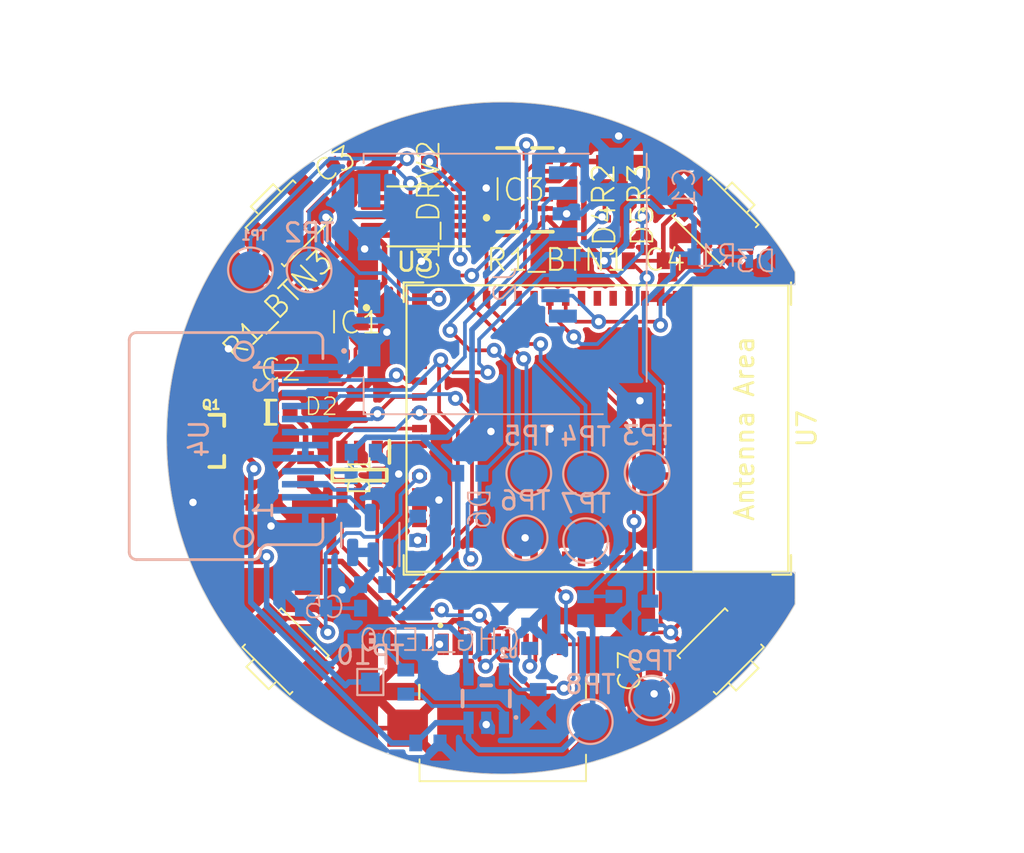
<source format=kicad_pcb>
(kicad_pcb (version 20221018) (generator pcbnew)
  (layers (0 "F.Cu" power) (31 "B.Cu" signal) (34 "B.Paste" user) (35 "F.Paste" user) (36 "B.SilkS" user "B.Silkscreen") (37 "F.SilkS" user "F.Silkscreen") (38 "B.Mask" user) (39 "F.Mask" user) (44 "Edge.Cuts" user))
  (net 0 "")
  (net 1 "/3V3")
  (net 2 "GND")
  (net 3 "/VBUS")
  (net 4 "Net-(D2-CATHODE)")
  (net 5 "Net-(U3-REG)")
  (net 6 "/VBAT")
  (net 7 "/BUTTON_1")
  (net 8 "/BUTTON_2")
  (net 9 "/BUTTON_3")
  (net 10 "/RESET")
  (net 11 "Net-(CHG_LED0-PadC)")
  (net 12 "/D+")
  (net 13 "/D-")
  (net 14 "/DN")
  (net 15 "/DP")
  (net 16 "/SCK")
  (net 17 "/MOSI")
  (net 18 "/MISO")
  (net 23 "/SCL")
  (net 24 "/SDA")
  (net 27 "/IMU_INT")
  (net 28 "/VUSB")
  (net 29 "Net-(J1-PadA5)")
  (net 31 "Net-(J1-PadB5)")
  (net 34 "/SS_SD")
  (net 38 "/PPG_INT")
  (net 39 "/OUT+")
  (net 40 "/OUT-")
  (net 41 "Net-(Q2-G)")
  (net 42 "/LEDK")
  (net 43 "Net-(U2-STAT)")
  (net 44 "Net-(U4-LEDA)")
  (net 45 "/PIN_LED")
  (net 46 "Net-(U2-PROG)")
  (net 47 "/ADC_BAT")
  (net 48 "/IN_DRV")
  (net 49 "/EN_DRV")
  (net 53 "/TFT_DC")
  (net 54 "/DISP_RST")
  (net 57 "/SS_TFT")
  (footprint "mini_iot:ESP32_WROVER_VARISTOR_CT_CN1812" (layer "F.Cu") (at 114.33 90.17 180)
    (fp_text reference "PFMF.050.1" hide)
    (fp_text value "ESP32_WROVER_VARISTOR_VARISTORCN1812" hide)
  )
  (footprint "mini_iot:SAMACSYS_PARTS_PESD5V0S1BL315" (layer "F.Cu") (at 132.461 72.1074 -90)
    (fp_text reference "D4")
    (fp_text value "SAMACSYS_PARTS_PESD3V3S1BLYL" hide)
  )
  (footprint "mini_iot:RCL_CT3528" (layer "F.Cu") (at 113.75 78.65 180)
    (fp_text reference "C2")
    (fp_text value "100uF" hide)
  )
  (footprint "mini_iot:SAMACSYS_PARTS_BMI085" (layer "F.Cu") (at 128.1925 70.2024 180)
    (fp_text reference "IC3")
    (fp_text value "SAMACSYS_PARTS_BMI085" hide)
  )
  (footprint "mini_iot:ESP32_WROVER_EAGLE-LTSPICE_R0402" (layer "F.Cu") (at 134.366 69.3134 -90)
    (fp_text reference "R3")
    (fp_text value "10k")
  )
  (footprint "mini_iot:ESP32_WROVER_EAGLE-LTSPICE_C0402" (layer "F.Cu") (at 114.05 75.88 180)
    (fp_text reference "C1_BAT2" hide)
    (fp_text value "4.7uF" hide)
  )
  (footprint "HW_licenta:EVQ-P7K01P" (layer "F.Cu") (at 137.285787 96.131371 -135)
    (fp_text reference "SW3" hide)
    (fp_text value "SW_Push" hide)
  )
  (footprint "mini_iot:ESP32_WROVER_EAGLE-LTSPICE_R0402" (layer "F.Cu") (at 132.461 69.3284 -90)
    (fp_text reference "R2")
    (fp_text value "10k")
  )
  (footprint "mini_iot:SAMACSYS_PARTS_NCP186AMX330TAG" (layer "F.Cu") (at 119.08 77.285 180)
    (fp_text reference "IC1")
    (fp_text value "SAMACSYS_PARTS_NCP186BMX330TAG" hide)
  )
  (footprint "mini_iot:ESP32_WROVER_EAGLE-LTSPICE_C0402" (layer "F.Cu") (at 136.271 74.0124 180)
    (fp_text reference "C4")
    (fp_text value "1uF")
  )
  (footprint "Package_SO:VSSOP-10_3x3mm_P0.5mm" (layer "F.Cu") (at 122.301 71.628 180)
    (fp_text reference "U3")
    (fp_text value "DRV2605LDGS" hide)
  )
  (footprint "mini_iot:ESP32_WROVER_EAGLE-LTSPICE_C0402" (layer "F.Cu") (at 124.75 68.03 -90)
    (fp_text reference "C1_DRV1" hide)
    (fp_text value "1.0uF" hide)
  )
  (footprint "mini_iot:SAMACSYS_PARTS_USB4110GFA" (layer "F.Cu") (at 127 98.3)
    (fp_text reference "J1" hide)
    (fp_text value "SAMACSYS_PARTS_USB4110-GF-A" hide)
  )
  (footprint "mini_iot:ESP32_WROVER_EAGLE-LTSPICE_R0402" (layer "F.Cu") (at 116.41 85.24 90)
    (fp_text reference "R1_PWRBUS0" hide)
    (fp_text value "100k" hide)
  )
  (footprint "mini_iot:ESP32_WROVER_EAGLE-LTSPICE_C0402" (layer "F.Cu") (at 119.09 80.58 -90)
    (fp_text reference "C1_BAT1" hide)
    (fp_text value "4.7uF" hide)
  )
  (footprint "mini_iot:ESP32_WROVER_EAGLE-LTSPICE_C0402" (layer "F.Cu") (at 118.5 68.6 -150)
    (fp_text reference "C3")
    (fp_text value "1uF" hide)
  )
  (footprint "mini_iot:ESP32_WROVER_EAGLE-LTSPICE_C0402" (layer "F.Cu") (at 123.063 68.072 -90)
    (fp_text reference "C1_DRV2")
    (fp_text value "1.0uF")
  )
  (footprint "HW_licenta:EVQ-P7K01P" (layer "F.Cu") (at 116.914214 70.86863 45)
    (fp_text reference "SW6" hide)
    (fp_text value "SW_Push" hide)
  )
  (footprint "mini_iot:ESP32_WROVER_EAGLE-LTSPICE_R0402" (layer "F.Cu") (at 133.096 74.0124 180)
    (fp_text reference "R1_BTN1")
    (fp_text value "10k")
  )
  (footprint "mini_iot:SAMACSYS_PARTS_SOT95P280X145-6N" (layer "F.Cu") (at 119.31 85.53 -90)
    (fp_text reference "D1")
    (fp_text value "SAMACSYS_PARTS_USBLC6-2SC6Y" hide)
  )
  (footprint "mini_iot:ESP32_WROVER_EAGLE-LTSPICE_C0402" (layer "F.Cu") (at 111 86.96 180)
    (fp_text reference "C2_USB0" hide)
    (fp_text value "4.7uF" hide)
  )
  (footprint "mini_iot:ESP32_WROVER_AVX---SD0805S020S1R0_AVX_SD0805S020S1R0_0" (layer "F.Cu") (at 114.53 82.15)
    (fp_text reference "D2")
    (fp_text value "ESP32_WROVER_AVX---SD0805S020S1R0_AVX_SD0805S020S1R0AVX_SD0805S020S1R0_0_0" hide)
  )
  (footprint "mini_iot:ESP32_WROVER_EAGLE-LTSPICE_C0402" (layer "F.Cu") (at 114.18 87)
    (fp_text reference "C1_USB0" hide)
    (fp_text value "100nF" hide)
  )
  (footprint "PCM_Espressif:ESP32-S3-MINI-1" (layer "F.Cu") (at 129.53 83.0294 -90)
    (fp_text reference "U7")
    (fp_text value "ESP32-S3-MINI-1" hide)
  )
  (footprint "mini_iot:SAMACSYS_PARTS_PESD5V0S1BL315" (layer "F.Cu") (at 134.493 72.1074 -90)
    (fp_text reference "D5")
    (fp_text value "SAMACSYS_PARTS_PESD3V3S1BLYL" hide)
  )
  (footprint "HW_licenta:EVQ-P7K01P" (layer "F.Cu") (at 139.545926 73.254074 -45)
    (fp_text reference "SW1" hide)
    (fp_text value "SW_Push" hide)
  )
  (footprint "mini_iot:ESP32_WROVER_EAGLE-LTSPICE_C0402" (layer "F.Cu") (at 135.128 96.6334 90)
    (fp_text reference "C7")
    (fp_text value "1uF")
  )
  (footprint "HW_licenta:EVQ-P7K01P" (layer "F.Cu") (at 114.203185 93.585647 135)
    (fp_text reference "SW2" hide)
    (fp_text value "SW_Push" hide)
  )
  (footprint "mini_iot:ESP32_WROVER_SPARKFUN-DISCRETESEMI_SOT23-3" (layer "F.Cu") (at 111.34 83.69 -90)
    (fp_text reference "Q1")
    (fp_text value "ESP32_WROVER_SPARKFUN-DISCRETESEMI_MOSFET_PCH-DMG2305UX-7" hide)
  )
  (footprint "mini_iot:ESP32_WROVER_EAGLE-LTSPICE_R0402" (layer "F.Cu") (at 117.221 74.168 -135)
    (fp_text reference "R1_BTN3")
    (fp_text value "10k")
  )
  (footprint "mini_iot:ESP32_WROVER_EAGLE-LTSPICE_R0402" (layer "B.Cu") (at 125.23 85.43)
    (fp_text reference "R4" hide)
    (fp_text value "10k")
  )
  (footprint "TestPoint:TestPoint_Pad_D2.0mm" (layer "B.Cu") (at 131.699 98.7774 180)
    (fp_text reference "TP8")
    (fp_text value "TestPoint" hide)
  )
  (footprint "mini_iot:SAMACSYS_PARTS_112ATAARR03ATTEND" (layer "B.Cu") (at 130.227 68.1874 -90)
    (fp_text reference "J2")
    (fp_text value "SAMACSYS_PARTS_112A-TAAR-R03_ATTEND" hide)
  )
  (footprint "mini_iot:ESP32_WROVER_EAGLE-LTSPICE_R0402" (layer "B.Cu") (at 137.92 73.8)
    (fp_text reference "R1")
    (fp_text value "10k")
  )
  (footprint "mini_iot:ESP32_WROVER_EAGLE-LTSPICE_C0402" (layer "B.Cu") (at 116.84 92.6814)
    (fp_text reference "C5")
    (fp_text value "1uF")
  )
  (footprint "TestPoint:TestPoint_Pad_D2.0mm" (layer "B.Cu") (at 131.445 85.471 180)
    (fp_text reference "TP4")
    (fp_text value "SDA")
  )
  (footprint "mini_iot:ESP32_WROVER_EAGLE-LTSPICE_R0402" (layer "B.Cu") (at 119.507 85.5694)
    (fp_text reference "R1_ESP1" hide)
    (fp_text value "22")
  )
  (footprint "mini_iot:ESP32_WROVER_EAGLE-LTSPICE_R0402" (layer "B.Cu") (at 128.44 94.19 90)
    (fp_text reference "R2_USB0" hide)
    (fp_text value "5K1" hide)
  )
  (footprint "mini_iot:ESP32_WROVER_EAGLE-LTSPICE_C0402" (layer "B.Cu") (at 119.507 84.2994)
    (fp_text reference "C1_BAT3" hide)
    (fp_text value "0.1uF")
  )
  (footprint "mini_iot:SAMACSYS_PARTS_PESD5V0S1BL315" (layer "B.Cu") (at 140.589 74.041)
    (fp_text reference "D3")
    (fp_text value "SAMACSYS_PARTS_PESD3V3S1BLYL" hide)
  )
  (footprint "mini_iot:ESP32_WROVER_EAGLE-LTSPICE_R0402" (layer "B.Cu") (at 122.428 88.392 90)
    (fp_text reference "R1_ESP2" hide)
    (fp_text value "10k" hide)
  )
  (footprint "mini_iot:ESP32_WROVER_EAGLE-LTSPICE_C0402" (layer "B.Cu") (at 136.79 70.66 90)
    (fp_text reference "C1")
    (fp_text value "100nF")
  )
  (footprint "TestPoint:TestPoint_Pad_D2.0mm" (layer "B.Cu") (at 131.45 89.05 180)
    (fp_text reference "TP7")
    (fp_text value "GND")
  )
  (footprint "mini_iot:ESP32_WROVER_EAGLE-LTSPICE_R0402" (layer "B.Cu") (at 120.015 92.6814)
    (fp_text reference "R1_BTN2" hide)
    (fp_text value "10k" hide)
  )
  (footprint "mini_iot:ESP32_WROVER_EAGLE-LTSPICE_C0402" (layer "B.Cu") (at 124.36 94.53 180)
    (fp_text reference "C1_BAT0" hide)
    (fp_text value "4.7uF")
  )
  (footprint "mini_iot:SAMACSYS_PARTS_PESD5V0S1BL315" (layer "B.Cu") (at 125.76 87.33 -90)
    (fp_text reference "D6")
    (fp_text value "SAMACSYS_PARTS_PESD3V3S1BLYL" hide)
  )
  (footprint "mini_iot:ESP32_WROVER_ADAFRUIT_CHIP-LED0603" (layer "B.Cu") (at 119.81 94.44 90)
    (fp_text reference "CHG_LED0")
    (fp_text value "ESP32_WROVER_ADAFRUIT_LEDCHIP-LED0603" hide)
  )
  (footprint "mini_iot:ESP32_WROVER_EAGLE-LTSPICE_R0402" (layer "B.Cu") (at 128.9 97.7 90)
    (fp_text reference "R2_BAT0" hide)
    (fp_text value "2k" hide)
  )
  (footprint "mini_iot:ESP32_WROVER_EAGLE-LTSPICE_R0402" (layer "B.Cu") (at 121.793 96.647 -90)
    (fp_text reference "R1_BAT0" hide)
    (fp_text value "200")
  )
  (footprint "Package_TO_SOT_SMD:SOT-23" (layer "B.Cu") (at 119.888 88.7444 90)
    (fp_text reference "Q2" hide)
    (fp_text value "2N7002")
  )
  (footprint "mini_iot:ESP32_WROVER_SPARKFUN-IC-POWER_SOT23-5" (layer "B.Cu") (at 126.111 97.536 180)
    (fp_text reference "U2")
    (fp_text value "ESP32_WROVER_SPARKFUN-IC-POWER_MCP73831" hide)
  )
  (footprint "TestPoint:TestPoint_Pad_D2.0mm" (layer "B.Cu") (at 113.45 74.5 180)
    (fp_text reference "TP1")
    (fp_text value "OUT+")
  )
  (footprint "TestPoint:TestPoint_Pad_D2.0mm" (layer "B.Cu") (at 128.397 85.43 180)
    (fp_text reference "TP5")
    (fp_text value "SCL")
  )
  (footprint "TestPoint:TestPoint_Pad_D2.0mm" (layer "B.Cu") (at 116.6 74.5 180)
    (fp_text reference "TP2")
    (fp_text value "OUT-")
  )
  (footprint "TestPoint:TestPoint_Pad_D2.0mm" (layer "B.Cu") (at 134.75 85.4 180)
    (fp_text reference "TP3")
    (fp_text value "3V3")
  )
  (footprint "TestPoint:TestPoint_Pad_D2.0mm" (layer "B.Cu") (at 135.001 97.5074 180)
    (fp_text reference "TP9")
    (fp_text value "TestPoint" hide)
  )
  (footprint "mini_iot:ESP32_WROVER_EAGLE-LTSPICE_R0402" (layer "B.Cu") (at 132.969 92.695 90)
    (fp_text reference "R6_ESP1" hide)
    (fp_text value "100k")
  )
  (footprint "TestPoint:TestPoint_Pad_D2.0mm" (layer "B.Cu") (at 128.2 88.9 180)
    (fp_text reference "TP6")
    (fp_text value "PPG_INT")
  )
  (footprint "mini_iot:ESP32_WROVER_EAGLE-LTSPICE_R0402" (layer "B.Cu") (at 120.015 91.4114 180)
    (fp_text reference "R1_ESP3" hide)
    (fp_text value "1M")
  )
  (footprint "open-Smartwatch:GC9A01_IPS_display" (layer "B.Cu") (at 116.14 83.57 -90)
    (fp_text reference "U4")
    (fp_text value "GC9A01_IPS_display_SPI")
  )
  (footprint "mini_iot:ESP32_WROVER_EAGLE-LTSPICE_R0402" (layer "B.Cu") (at 134.9 92.95 90)
    (fp_text reference "R1_BTN4" hide)
    (fp_text value "10k")
  )
  (footprint "mini_iot:ESP32_WROVER_EAGLE-LTSPICE_C0402" (layer "B.Cu") (at 122.98 99.92)
    (fp_text reference "C2_BAT0" hide)
    (fp_text value "4.7uF" hide)
  )
  (footprint "mini_iot:ESP32_WROVER_EAGLE-LTSPICE_R0402" (layer "B.Cu") (at 126.85 93.89 -90)
    (fp_text reference "R1_USB0" hide)
    (fp_text value "5K1" hide)
  )
  (footprint "TestPoint:TestPoint_Pad_1.0x1.0mm" (layer "B.Cu") (at 119.888 96.647 180)
    (fp_text reference "TP10")
    (fp_text value "VBUS")
  )
  (footprint "mini_iot:ESP32_WROVER_EAGLE-LTSPICE_R0402" (layer "B.Cu") (at 131.445 92.71 -90)
    (fp_text reference "R5_ESP1" hide)
    (fp_text value "100k")
  )
  (gr_line (start 142.3 90.75) (end 142.7 90.75) (stroke (width 0.05)) (layer "Edge.Cuts"))
  (gr_line (start 142.699999 74.6) (end 142.7 75.3) (stroke (width 0.05)) (layer "Edge.Cuts"))
  (gr_arc (start 142.7 92.46) (mid 108.941685 83.543832) (end 142.69364 74.603619) (stroke (width 0.05)) (layer "Edge.Cuts"))
  (gr_line (start 137.2 75.3) (end 137.2 90.75) (stroke (width 0.05)) (layer "Edge.Cuts"))
  (gr_line (start 142.7 75.3) (end 137.2 75.3) (stroke (width 0.05)) (layer "Edge.Cuts"))
  (gr_line (start 142.7 92.225) (end 142.7 92.46) (stroke (width 0.05)) (layer "Edge.Cuts"))
  (gr_line (start 137.2 90.75) (end 142.3 90.75) (stroke (width 0.05)) (layer "Edge.Cuts"))
  (gr_line (start 142.7 90.75) (end 142.7 92.225) (stroke (width 0.05)) (layer "Edge.Cuts"))
  (segment (start 131.044 68.6784) (end 132.461 68.6784) (width 0.3) (layer "F.Cu") (net 1))
  (segment (start 120.65 73.177) (end 120.65 75.184) (width 0.3) (layer "F.Cu") (net 1))
  (segment (start 127.5834 68.7024) (end 127.715 68.834) (width 0.3) (layer "F.Cu") (net 1))
  (segment (start 128.695 69.7024) (end 128.67 69.7274) (width 0.3) (layer "F.Cu") (net 1))
  (segment (start 120.65 75.184) (end 120.049 75.785) (width 0.3) (layer "F.Cu") (net 1))
  (segment (start 133.78 76.0294) (end 133.78 75.487) (width 0.3) (layer "F.Cu") (net 1))
  (segment (start 127.0275 68.7024) (end 127.5834 68.7024) (width 0.3) (layer "F.Cu") (net 1))
  (segment (start 118.66 75.785) (end 119.504 76.629) (width 0.3) (layer "F.Cu") (net 1))
  (segment (start 131.044 68.6784) (end 131.044 67.671) (width 0.3) (layer "F.Cu") (net 1))
  (segment (start 119.504 76.629) (end 119.504 76.786) (width 0.3) (layer "F.Cu") (net 1))
  (segment (start 120.101 72.628) (end 120.65 73.177) (width 0.3) (layer "F.Cu") (net 1))
  (segment (start 132.446 74.153) (end 132.446 74.0124) (width 0.3) (layer "F.Cu") (net 1))
  (segment (start 127.254 66.929) (end 127.0275 67.1555) (width 0.3) (layer "F.Cu") (net 1))
  (segment (start 115.25 76.43) (end 114.7 75.88) (width 0.3) (layer "F.Cu") (net 1))
  (segment (start 127.533 70.7024) (end 127.0275 70.7024) (width 0.3) (layer "F.Cu") (net 1))
  (segment (start 127.0275 67.1555) (end 127.0275 68.7024) (width 0.3) (layer "F.Cu") (net 1))
  (segment (start 128.695 71.2024) (end 129.3575 71.2024) (width 0.3) (layer "F.Cu") (net 1))
  (segment (start 132.446 74.0124) (end 131.357 72.9234) (width 0.3) (layer "F.Cu") (net 1))
  (segment (start 124.75 68.68) (end 126.238 68.68) (width 0.3) (layer "F.Cu") (net 1))
  (segment (start 127.715 70.5204) (end 127.533 70.7024) (width 0.3) (layer "F.Cu") (net 1))
  (segment (start 119.635 76.965) (end 119.68 76.965) (width 0.3) (layer "F.Cu") (net 1))
  (segment (start 115.25 78.65) (end 115.25 76.43) (width 0.3) (layer "F.Cu") (net 1))
  (segment (start 117.255 75.785) (end 116.761381 75.291381) (width 0.3) (layer "F.Cu") (net 1))
  (segment (start 115.509 75.88) (end 116.761381 74.627619) (width 0.4) (layer "F.Cu") (net 1))
  (segment (start 128.67 69.7274) (end 128.67 71.1774) (width 0.3) (layer "F.Cu") (net 1))
  (segment (start 121.174 72.628) (end 124.75 69.052) (width 0.3) (layer "F.Cu") (net 1))
  (segment (start 119.504 76.786) (end 119.36 76.93) (width 0.3) (layer "F.Cu") (net 1))
  (segment (start 130.02 69.7024) (end 131.044 68.6784) (width 0.3) (layer "F.Cu") (net 1))
  (segment (start 119.504 76.786) (end 119.504 76.834) (width 0.3) (layer "F.Cu") (net 1))
  (segment (start 127.0051 68.68) (end 127.0275 68.7024) (width 0.3) (layer "F.Cu") (net 1))
  (segment (start 131.357 72.9234) (end 131.357 68.9914) (width 0.3) (layer "F.Cu") (net 1))
  (segment (start 131.044 67.671) (end 130.302 66.929) (width 0.3) (layer "F.Cu") (net 1))
  (segment (start 126.238 68.68) (end 127.0051 68.68) (width 0.3) (layer "F.Cu") (net 1))
  (segment (start 134.351 68.6784) (end 134.366 68.6634) (width 0.3) (layer "F.Cu") (net 1))
  (segment (start 114.7 75.88) (end 115.46 75.88) (width 0.3) (layer "F.Cu") (net 1))
  (segment (start 117.255 75.785) (end 118.66 75.785) (width 0.3) (layer "F.Cu") (net 1))
  (segment (start 131.357 68.9914) (end 131.044 68.6784) (width 0.3) (layer "F.Cu") (net 1))
  (segment (start 120.049 75.785) (end 118.66 75.785) (width 0.3) (layer "F.Cu") (net 1))
  (segment (start 130.302 66.929) (end 127.254 66.929) (width 0.3) (layer "F.Cu") (net 1))
  (segment (start 128.67 71.1774) (end 128.695 71.2024) (width 0.3) (layer "F.Cu") (net 1))
  (segment (start 120.101 72.628) (end 121.174 72.628) (width 0.3) (layer "F.Cu") (net 1))
  (segment (start 129.3575 69.7024) (end 130.02 69.7024) (width 0.3) (layer "F.Cu") (net 1))
  (segment (start 119.504 76.834) (end 119.635 76.965) (width 0.3) (layer "F.Cu") (net 1))
  (segment (start 133.78 75.487) (end 132.446 74.153) (width 0.3) (layer "F.Cu") (net 1))
  (segment (start 129.3575 69.7024) (end 128.695 69.7024) (width 0.3) (layer "F.Cu") (net 1))
  (segment (start 115.46 75.88) (end 115.509 75.88) (width 0.4) (layer "F.Cu") (net 1))
  (segment (start 117.255 75.785) (end 118.4 76.93) (width 0.3) (layer "F.Cu") (net 1))
  (segment (start 116.761381 75.291381) (end 116.761381 74.627619) (width 0.3) (layer "F.Cu") (net 1))
  (segment (start 127.715 68.834) (end 127.715 70.5204) (width 0.3) (layer "F.Cu") (net 1))
  (segment (start 124.75 69.052) (end 124.75 68.68) (width 0.3) (layer "F.Cu") (net 1))
  (segment (start 132.461 68.6784) (end 134.351 68.6784) (width 0.3) (layer "F.Cu") (net 1))
  (via (at 132.446 74.0124) (size 0.8) (drill 0.4) (layers "F.Cu" "B.Cu") (net 1))
  (segment (start 134.62 76.259082) (end 136.144 74.735082) (width 0.3) (layer "B.Cu") (net 1))
  (segment (start 119.657 83.4994) (end 122.6494 83.4994) (width 0.3) (layer "B.Cu") (net 1))
  (segment (start 136.144 74.735082) (end 136.144 73.66) (width 0.3) (layer "B.Cu") (net 1))
  (segment (start 132.121 73.6874) (end 132.446 74.0124) (width 0.3) (layer "B.Cu") (net 1))
  (segment (start 124.58 89.4164) (end 124.58 85.43) (width 0.3) (layer "B.Cu") (net 1))
  (segment (start 137.27 73.8) (end 137.27 71.79) (width 0.3) (layer "B.Cu") (net 1))
  (segment (start 134.75 85.4) (end 135.377 84.773) (width 0.3) (layer "B.Cu") (net 1))
  (segment (start 135.411184 71.374) (end 136.726 71.374) (width 0.3) (layer "B.Cu") (net 1))
  (segment (start 137.27 73.8) (end 137.13 73.66) (width 0.3) (layer "B.Cu") (net 1))
  (segment (start 133.0686 73.6874) (end 133.643 73.113) (width 0.3) (layer "B.Cu") (net 1))
  (segment (start 134.9 92.3) (end 134.9 85.55) (width 0.3) (layer "B.Cu") (net 1))
  (segment (start 137.27 71.79) (end 136.79 71.31) (width 0.3) (layer "B.Cu") (net 1))
  (segment (start 120.665 92.6814) (end 121.315 92.6814) (width 0.3) (layer "B.Cu") (net 1))
  (segment (start 118.857 85.5694) (end 118.6076 85.32) (width 0.3) (layer "B.Cu") (net 1))
  (segment (start 134.043102 70.807898) (end 134.845082 70.807898) (width 0.3) (layer "B.Cu") (net 1))
  (segment (start 122.6494 83.4994) (end 124.58 85.43) (width 0.3) (layer "B.Cu") (net 1))
  (segment (start 132.121 73.6874) (end 133.0686 73.6874) (width 0.3) (layer "B.Cu") (net 1))
  (segment (start 133.643 71.208) (end 134.043102 70.807898) (width 0.3) (layer "B.Cu") (net 1))
  (segment (start 129.377 73.6874) (end 130.427 73.6874) (width 0.3) (layer "B.Cu") (net 1))
  (segment (start 135.377 80.7374) (end 134.62 79.9804) (width 0.3) (layer "B.Cu") (net 1))
  (segment (start 125.349 82.169) (end 125.349 77.7154) (width 0.3) (layer "B.Cu") (net 1))
  (segment (start 118.857 84.2994) (end 119.657 83.4994) (width 0.3) (layer "B.Cu") (net 1))
  (segment (start 125.349 77.7154) (end 129.377 73.6874) (width 0.3) (layer "B.Cu") (net 1))
  (segment (start 122.6494 83.4994) (end 124.0186 83.4994) (width 0.3) (layer "B.Cu") (net 1))
  (segment (start 134.845082 70.807898) (end 135.411184 71.374) (width 0.3) (layer "B.Cu") (net 1))
  (segment (start 135.377 84.773) (end 135.377 80.7374) (width 0.3) (layer "B.Cu") (net 1))
  (segment (start 118.6076 85.32) (end 117.729 85.32) (width 0.3) (layer "B.Cu") (net 1))
  (segment (start 134.62 79.9804) (end 134.62 76.259082) (width 0.3) (layer "B.Cu") (net 1))
  (segment (start 118.857 85.5694) (end 118.857 84.2994) (width 0.3) (layer "B.Cu") (net 1))
  (segment (start 124.0186 83.4994) (end 125.349 82.169) (width 0.3) (layer "B.Cu") (net 1))
  (segment (start 133.643 73.113) (end 133.643 71.208) (width 0.3) (layer "B.Cu") (net 1))
  (segment (start 134.9 85.55) (end 134.75 85.4) (width 0.3) (layer "B.Cu") (net 1))
  (segment (start 136.726 71.374) (end 136.79 71.31) (width 0.3) (layer "B.Cu") (net 1))
  (segment (start 121.315 92.6814) (end 124.58 89.4164) (width 0.3) (layer "B.Cu") (net 1))
  (segment (start 130.427 73.6874) (end 132.121 73.6874) (width 0.3) (layer "B.Cu") (net 1))
  (segment (start 137.13 73.66) (end 136.144 73.66) (width 0.3) (layer "B.Cu") (net 1))
  (segment (start 123.243 95.197) (end 121.89 95.197) (width 0.2) (layer "F.Cu") (net 2))
  (segment (start 131.535 94.622) (end 132.11 95.197) (width 0.2) (layer "F.Cu") (net 2))
  (segment (start 119.284918 99.127) (end 121.89 99.127) (width 0.25) (layer "F.Cu") (net 2))
  (segment (start 122.53 74.1405) (end 122.6295 74.041) (width 0.2) (layer "F.Cu") (net 2))
  (segment (start 123.95 94.622) (end 123.6005 94.622) (width 0.2) (layer "F.Cu") (net 2))
  (segment (start 123.65 94.694) (end 123.698 94.742) (width 0.2) (layer "F.Cu") (net 2))
  (segment (start 127.0275 69.2024) (end 126.465 69.2024) (width 0.2) (layer "F.Cu") (net 2))
  (segment (start 126.465 69.2024) (end 126.111 69.5564) (width 0.2) (layer "F.Cu") (net 2))
  (segment (start 134.944959 67.798324) (end 133.711324 67.798324) (width 0.25) (layer "F.Cu") (net 2))
  (segment (start 116.943223 96.785305) (end 119.284918 99.127) (width 0.25) (layer "F.Cu") (net 2))
  (segment (start 113.714556 72.760141) (end 113.4 73.074697) (width 0.25) (layer "F.Cu") (net 2))
  (segment (start 120.101 71.628) (end 120.142 71.628) (width 0.2) (layer "F.Cu") (net 2))
  (segment (start 120.461 77.535) (end 120.777 77.851) (width 0.2) (layer "F.Cu") (net 2))
  (segment (start 129.3575 69.2024) (end 129.92 69.2024) (width 0.2) (layer "F.Cu") (net 2))
  (segment (start 113.714556 72.760141) (end 116.26014 70.214556) (width 0.25) (layer "F.Cu") (net 2))
  (segment (start 119.951 85.471) (end 121.412 85.471) (width 0.2) (layer "F.Cu") (net 2))
  (segment (start 116.094696 96.785305) (end 116.943223 96.785305) (width 0.25) (layer "F.Cu") (net 2))
  (segment (start 123.698 94.742) (end 123.243 95.197) (width 0.2) (layer "F.Cu") (net 2))
  (segment (start 126.111 69.5564) (end 126.111 70.104) (width 0.2) (layer "F.Cu") (net 2))
  (segment (start 119.31 84.83) (end 119.951 85.471) (width 0.2) (layer "F.Cu") (net 2))
  (segment (start 126.2094 70.2024) (end 126.111 70.104) (width 0.2) (layer "F.Cu") (net 2))
  (segment (start 110.35 86.982) (end 110.363 86.995) (width 0.2) (layer "F.Cu") (net 2))
  (segment (start 123.65 94.622) (end 123.65 94.694) (width 0.2) (layer "F.Cu") (net 2))
  (segment (start 129.92 69.2024) (end 130.175 68.9474) (width 0.2) (layer "F.Cu") (net 2))
  (segment (start 137.654415 70.054416) (end 135.956612 68.356613) (width 0.25) (layer "F.Cu") (net 2))
  (segment (start 123.95 94.622) (end 123.65 94.622) (width 0.2) (layer "F.Cu") (net 2))
  (segment (start 112.25 78.722) (end 112.268 78.74) (width 0.2) (layer "F.Cu") (net 2))
  (segment (start 119.08 77.535) (end 120.461 77.535) (width 0.2) (layer "F.Cu") (net 2))
  (segment (start 129.53 83.048) (end 129.54 83.058) (width 0.2) (layer "F.Cu") (net 2))
  (segment (start 129.53 83.0294) (end 129.53 83.048) (width 0.2) (layer "F.Cu") (net 2))
  (segment (start 137.939861 96.785445) (end 140.485445 94.23986) (width 0.25) (layer "F.Cu") (net 2))
  (segment (start 135.956612 68.356613) (end 135.673555 68.187797) (width 0.25) (layer "F.Cu") (net 2))
  (segment (start 135.128 97.2834) (end 135.128 97.282) (width 0.2) (layer "F.Cu") (net 2))
  (segment (start 112.25 78.65) (end 112.25 78.722) (width 0.2) (layer "F.Cu") (net 2))
  (segment (start 137.654415 70.054416) (end 140.2 72.6) (width 0.25) (layer "F.Cu") (net 2))
  (segment (start 110.35 86.96) (end 110.35 86.982) (width 0.2) (layer "F.Cu") (net 2))
  (segment (start 119.581086 73.3775) (end 119.593012 73.365574) (width 0.2) (layer "F.Cu") (net 2))
  (segment (start 133.711324 67.798324) (end 133.223 67.31) (width 0.25) (layer "F.Cu") (net 2))
  (segment (start 116.094696 96.785305) (end 113.549111 94.239721) (width 0.25) (layer "F.Cu") (net 2))
  (segment (start 127.0275 70.2024) (end 126.2094 70.2024) (width 0.2) (layer "F.Cu") (net 2))
  (segment (start 130.175 68.9474) (end 130.175 68.072) (width 0.2) (layer "F.Cu") (net 2))
  (segment (start 130.35 94.622) (end 131.535 94.622) (width 0.2) (layer "F.Cu") (net 2))
  (segment (start 135.673555 68.187797) (end 134.944959 67.798324) (width 0.25) (layer "F.Cu") (net 2))
  (segment (start 119.593012 73.365574) (end 119.593012 73.078) (width 0.2) (layer "F.Cu") (net 2))
  (segment (start 113.4 73.074697) (end 113.4 75.88) (width 0.25) (layer "F.Cu") (net 2))
  (segment (start 119.31 84.28) (end 119.31 84.83) (width 0.2) (layer "F.Cu") (net 2))
  (via (at 114.554 88.265) (size 0.8) (drill 0.4) (layers "F.Cu" "B.Cu") (net 2))
  (via (at 130.175 68.072) (size 0.8) (drill 0.4) (layers "F.Cu" "B.Cu") (net 2))
  (via (at 120.777 77.851) (size 0.8) (drill 0.4) (layers "F.Cu" "B.Cu") (net 2))
  (via (at 122.6295 74.041) (size 0.8) (drill 0.4) (layers "F.Cu" "B.Cu") (net 2))
  (via (at 129.54 83.058) (size 0.8) (drill 0.4) (layers "F.Cu" "B.Cu") (net 2))
  (via (at 135.128 97.282) (size 0.8) (drill 0.4) (layers "F.Cu" "B.Cu") (net 2))
  (via (at 126.111 98.933) (size 0.8) (drill 0.4) (layers "F.Cu" "B.Cu") (net 2))
  (via (at 118.364 91.694) (size 0.8) (drill 0.4) (layers "F.Cu" "B.Cu") (net 2))
  (via (at 134.366 81.534) (size 0.8) (drill 0.4) (layers "F.Cu" "B.Cu") (net 2))
  (via (at 110.363 86.995) (size 0.8) (drill 0.4) (layers "F.Cu" "B.Cu") (net 2))
  (via (at 133.223 67.31) (size 0.8) (drill 0.4) (layers "F.Cu" "B.Cu") (net 2))
  (via (at 112.268 78.74) (size 0.8) (drill 0.4) (layers "F.Cu" "B.Cu") (net 2))
  (via (at 126.111 70.104) (size 0.8) (drill 0.4) (layers "F.Cu" "B.Cu") (net 2))
  (via (at 126.365 83.185) (size 0.8) (drill 0.4) (layers "F.Cu" "B.Cu") (net 2))
  (via (at 119.581086 73.3775) (size 0.8) (drill 0.4) (layers "F.Cu" "B.Cu") (net 2))
  (via (at 123.571 86.868) (size 0.8) (drill 0.4) (layers "F.Cu" "B.Cu") (net 2))
  (via (at 123.6005 94.622) (size 0.8) (drill 0.4) (layers "F.Cu" "B.Cu") (net 2))
  (via (at 130.427 71.4874) (size 0.8) (drill 0.4) (layers "F.Cu" "B.Cu") (net 2))
  (via (at 121.412 85.471) (size 0.8) (drill 0.4) (layers "F.Cu" "B.Cu") (net 2))
  (segment (start 133.077 68.6374) (end 133.077 69.6374) (width 0.3) (layer "B.Cu") (net 2))
  (segment (start 131.227 71.4874) (end 130.427 71.4874) (width 0.3) (layer "B.Cu") (net 2))
  (segment (start 133.077 69.6374) (end 131.227 71.4874) (width 0.3) (layer "B.Cu") (net 2))
  (segment (start 111.69 87) (end 111.65 86.96) (width 0.3) (layer "F.Cu") (net 3))
  (segment (start 116.41 84.59) (end 116.721 84.59) (width 0.3) (layer "F.Cu") (net 3))
  (segment (start 111.65 86.96) (end 111.64 86.95) (width 0.3) (layer "F.Cu") (net 3))
  (segment (start 112.08 90.17) (end 114.06 90.17) (width 0.3) (layer "F.Cu") (net 3))
  (segment (start 111.64 86.95) (end 111.64 84.04) (width 0.3) (layer "F.Cu") (net 3))
  (segment (start 111.64 84.04) (end 110.34 82.74) (width 0.3) (layer "F.Cu") (net 3))
  (segment (start 113.53 87) (end 111.69 87) (width 0.3) (layer "F.Cu") (net 3))
  (segment (start 115.94 84.59) (end 116.41 84.59) (width 0.3) (layer "F.Cu") (net 3))
  (segment (start 116.41 84.59) (end 116.41 82.98) (width 0.3) (layer "F.Cu") (net 3))
  (segment (start 114.2 89.79) (end 114.32 89.91) (width 0.3) (layer "F.Cu") (net 3))
  (segment (start 111.65 86.96) (end 111.65 89.74) (width 0.3) (layer "F.Cu") (net 3))
  (segment (start 116.41 82.98) (end 115.58 82.15) (width 0.3) (layer "F.Cu") (net 3))
  (segment (start 117.961 85.83) (end 119.01 85.83) (width 0.3) (layer "F.Cu") (net 3))
  (segment (start 114.06 90.17) (end 114.32 89.91) (width 0.3) (layer "F.Cu") (net 3))
  (segment (start 111.65 89.74) (end 112.08 90.17) (width 0.3) (layer "F.Cu") (net 3))
  (segment (start 113.53 87) (end 115.94 84.59) (width 0.3) (layer "F.Cu") (net 3))
  (segment (start 119.31 86.13) (end 119.31 86.78) (width 0.3) (layer "F.Cu") (net 3))
  (segment (start 116.721 84.59) (end 117.961 85.83) (width 0.3) (layer "F.Cu") (net 3))
  (segment (start 119.01 85.83) (end 119.31 86.13) (width 0.3) (layer "F.Cu") (net 3))
  (via (at 114.32 89.91) (size 0.8) (drill 0.4) (layers "F.Cu" "B.Cu") (net 3))
  (segment (start 125.01 94.53) (end 125.01 96.0849) (width 0.3) (layer "B.Cu") (net 3))
  (segment (start 119.06 94.44) (end 117.83 95.67) (width 0.3) (layer "B.Cu") (net 3))
  (segment (start 119.888 96.647) (end 118.743 96.647) (width 0.3) (layer "B.Cu") (net 3))
  (segment (start 114.32 92.61) (end 117.38 95.67) (width 0.3) (layer "B.Cu") (net 3))
  (segment (start 114.32 89.91) (end 114.32 92.61) (width 0.3) (layer "B.Cu") (net 3))
  (segment (start 117.83 95.67) (end 117.38 95.67) (width 0.3) (layer "B.Cu") (net 3))
  (segment (start 124.17 93.69) (end 119.81 93.69) (width 0.3) (layer "B.Cu") (net 3))
  (segment (start 125.01 94.53) (end 124.17 93.69) (width 0.3) (layer "B.Cu") (net 3))
  (segment (start 118.743 96.647) (end 118.55 96.84) (width 0.3) (layer "B.Cu") (net 3))
  (segment (start 125.01 96.0849) (end 125.161 96.2359) (width 0.3) (layer "B.Cu") (net 3))
  (segment (start 117.38 95.67) (end 118.55 96.84) (width 0.3) (layer "B.Cu") (net 3))
  (segment (start 119.81 93.69) (end 119.06 94.44) (width 0.3) (layer "B.Cu") (net 3))
  (segment (start 118.91 78.27) (end 118.91 78.06) (width 0.2) (layer "F.Cu") (net 4))
  (segment (start 112.737 81.407) (end 113.48 82.15) (width 0.2) (layer "F.Cu") (net 4))
  (segment (start 119.253 78.613) (end 119.68 78.186) (width 0.2) (layer "F.Cu") (net 4))
  (segment (start 110.34 84.64) (end 109.383692 83.683692) (width 0.2) (layer "F.Cu") (net 4))
  (segment (start 119.253 78.613) (end 118.91 78.27) (width 0.2) (layer "F.Cu") (net 4))
  (segment (start 109.383692 82.296313) (end 109.387534 82.255466) (width 0.2) (layer "F.Cu") (net 4))
  (segment (start 119.28 78.586) (end 119.28 78.06) (width 0.2) (layer "F.Cu") (net 4))
  (segment (start 110.236 81.407) (end 112.737 81.407) (width 0.2) (layer "F.Cu") (net 4))
  (segment (start 119.09 79.93) (end 119.09 78.776) (width 0.2) (layer "F.Cu") (net 4))
  (segment (start 109.383692 83.683692) (end 109.383692 82.296313) (width 0.2) (layer "F.Cu") (net 4))
  (segment (start 119.253 78.613) (end 119.28 78.586) (width 0.2) (layer "F.Cu") (net 4))
  (segment (start 109.387534 82.255466) (end 110.236 81.407) (width 0.2) (layer "F.Cu") (net 4))
  (segment (start 119.68 78.186) (end 119.68 78.06) (width 0.2) (layer "F.Cu") (net 4))
  (segment (start 118.375 80.645) (end 114.985 80.645) (width 0.2) (layer "F.Cu") (net 4))
  (segment (start 119.09 78.776) (end 119.253 78.613) (width 0.2) (layer "F.Cu") (net 4))
  (segment (start 114.985 80.645) (end 113.48 82.15) (width 0.2) (layer "F.Cu") (net 4))
  (segment (start 119.09 79.93) (end 118.375 80.645) (width 0.2) (layer "F.Cu") (net 4))
  (segment (start 124.714 73.914) (end 124.714 72.841) (width 0.2) (layer "F.Cu") (net 5))
  (segment (start 124.714 72.841) (end 124.501 72.628) (width 0.2) (layer "F.Cu") (net 5))
  (segment (start 123.063 68.722) (end 123.063 68.707) (width 0.2) (layer "F.Cu") (net 5))
  (via (at 124.714 73.914) (size 0.8) (drill 0.4) (layers "F.Cu" "B.Cu") (net 5))
  (via (at 123.063 68.707) (size 0.8) (drill 0.4) (layers "F.Cu" "B.Cu") (net 5))
  (segment (start 123.063 68.707) (end 124.714 70.358) (width 0.2) (layer "B.Cu") (net 5))
  (segment (start 124.714 70.358) (end 124.714 73.914) (width 0.2) (layer "B.Cu") (net 5))
  (segment (start 113.634 85.186) (end 113.634 84.884) (width 0.3) (layer "F.Cu") (net 6))
  (segment (start 113.634 84.884) (end 112.44 83.69) (width 0.3) (layer "F.Cu") (net 6))
  (via (at 113.634 85.186) (size 0.8) (drill 0.4) (layers "F.Cu" "B.Cu") (net 6))
  (segment (start 123.4139 98.8361) (end 122.33 99.92) (width 0.3) (layer "B.Cu") (net 6))
  (segment (start 113.47 85.35) (end 113.47 92.36387) (width 0.3) (layer "B.Cu") (net 6))
  (segment (start 121.02613 99.92) (end 122.33 99.92) (width 0.3) (layer "B.Cu") (net 6))
  (segment (start 125.743911 100.29) (end 130.1864 100.29) (width 0.3) (layer "B.Cu") (net 6))
  (segment (start 113.634 85.186) (end 113.47 85.35) (width 0.3) (layer "B.Cu") (net 6))
  (segment (start 113.47 92.36387) (end 121.02613 99.92) (width 0.3) (layer "B.Cu") (net 6))
  (segment (start 131.826 98.6504) (end 131.826 93.741) (width 0.3) (layer "B.Cu") (net 6))
  (segment (start 131.826 93.741) (end 131.445 93.36) (width 0.3) (layer "B.Cu") (net 6))
  (segment (start 125.161 99.707089) (end 125.743911 100.29) (width 0.3) (layer "B.Cu") (net 6))
  (segment (start 125.161 98.8361) (end 125.161 99.707089) (width 0.3) (layer "B.Cu") (net 6))
  (segment (start 125.161 98.8361) (end 123.4139 98.8361) (width 0.3) (layer "B.Cu") (net 6))
  (segment (start 131.699 98.7774) (end 131.826 98.6504) (width 0.3) (layer "B.Cu") (net 6))
  (segment (start 130.1864 100.29) (end 131.699 98.7774) (width 0.3) (layer "B.Cu") (net 6))
  (segment (start 114.565647 73.956815) (end 117.111231 71.411231) (width 0.25) (layer "F.Cu") (net 7))
  (segment (start 117.505606 71.674199) (end 117.928083 71.251722) (width 0.2) (layer "F.Cu") (net 7))
  (segment (start 123.58 76.0294) (end 123.58 76.064) (width 0.2) (layer "F.Cu") (net 7))
  (segment (start 117.505606 71.674199) (end 117.937083 71.242722) (width 0.25) (layer "F.Cu") (net 7))
  (segment (start 117.680619 73.708381) (end 117.680619 71.849212) (width 0.2) (layer "F.Cu") (net 7))
  (segment (start 117.937083 71.242722) (end 117.937083 68.925) (width 0.25) (layer "F.Cu") (net 7))
  (segment (start 123.58 76.064) (end 123.571 76.073) (width 0.2) (layer "F.Cu") (net 7))
  (segment (start 117.680619 71.849212) (end 117.505606 71.674199) (width 0.2) (layer "F.Cu") (net 7))
  (via (at 123.571 76.073) (size 0.8) (drill 0.4) (layers "F.Cu" "B.Cu") (net 7))
  (via (at 117.505606 71.674199) (size 0.8) (drill 0.4) (layers "F.Cu" "B.Cu") (net 7))
  (segment (start 119.3156 74.676) (end 120.6 74.676) (width 0.2) (layer "B.Cu") (net 7))
  (segment (start 120.6 74.676) (end 121.997 76.073) (width 0.2) (layer "B.Cu") (net 7))
  (segment (start 121.997 76.073) (end 123.571 76.073) (width 0.2) (layer "B.Cu") (net 7))
  (segment (start 117.505606 72.866006) (end 119.3156 74.676) (width 0.2) (layer "B.Cu") (net 7))
  (segment (start 117.505606 71.674199) (end 117.505606 72.866006) (width 0.2) (layer "B.Cu") (net 7))
  (segment (start 135.621 74.0124) (end 133.746 74.0124) (width 0.2) (layer "F.Cu") (net 8))
  (segment (start 133.8294 74.0124) (end 134.747 74.93) (width 0.2) (layer "F.Cu") (net 8))
  (segment (start 135.621 74.0124) (end 135.621 72.087832) (width 0.25) (layer "F.Cu") (net 8))
  (segment (start 130.81 78.105) (end 129.53 76.825) (width 0.2) (layer "F.Cu") (net 8))
  (segment (start 136.629111 71.079721) (end 139.174695 73.625305) (width 0.25) (layer "F.Cu") (net 8))
  (segment (start 133.746 74.0124) (end 133.8294 74.0124) (width 0.2) (layer "F.Cu") (net 8))
  (segment (start 135.621 72.087832) (end 136.629111 71.079721) (width 0.25) (layer "F.Cu") (net 8))
  (segment (start 129.53 76.825) (end 129.53 76.0294) (width 0.2) (layer "F.Cu") (net 8))
  (via (at 134.747 74.93) (size 0.8) (drill 0.4) (layers "F.Cu" "B.Cu") (net 8))
  (via (at 130.81 78.105) (size 0.8) (drill 0.4) (layers "F.Cu" "B.Cu") (net 8))
  (segment (start 130.81 78.105) (end 131.191 78.486) (width 0.2) (layer "B.Cu") (net 8))
  (segment (start 131.191 78.486) (end 132.08 78.486) (width 0.2) (layer "B.Cu") (net 8))
  (segment (start 132.08 78.486) (end 134.243 76.323) (width 0.2) (layer "B.Cu") (net 8))
  (segment (start 134.243 75.434) (end 134.747 74.93) (width 0.2) (layer "B.Cu") (net 8))
  (segment (start 134.243 76.323) (end 134.243 75.434) (width 0.2) (layer "B.Cu") (net 8))
  (segment (start 116.836416 93.214416) (end 114.574416 93.214416) (width 0.25) (layer "F.Cu") (net 9))
  (segment (start 117.602 93.98) (end 116.836416 93.214416) (width 0.25) (layer "F.Cu") (net 9))
  (segment (start 117.12 95.76) (end 114.574416 93.214416) (width 0.25) (layer "F.Cu") (net 9))
  (via (at 117.602 93.98) (size 0.8) (drill 0.4) (layers "F.Cu" "B.Cu") (net 9))
  (via (at 122.53 85.5794) (size 0.8) (drill 0.4) (layers "F.Cu" "B.Cu") (net 9))
  (segment (start 119.351604 88.6444) (end 119.551604 88.8444) (width 0.2) (layer "B.Cu") (net 9))
  (segment (start 118.601604 88.6444) (end 119.351604 88.6444) (width 0.2) (layer "B.Cu") (net 9))
  (segment (start 119.551604 88.8444) (end 120.301604 88.8444) (width 0.2) (layer "B.Cu") (net 9))
  (segment (start 117.49 92.6814) (end 117.49 93.868) (width 0.2) (layer "B.Cu") (net 9))
  (segment (start 121.51 86.5994) (end 122.53 85.5794) (width 0.2) (layer "B.Cu") (net 9))
  (segment (start 117.49 92.6814) (end 119.365 92.6814) (width 0.2) (layer "B.Cu") (net 9))
  (segment (start 120.301604 88.8444) (end 121.51 87.636004) (width 0.2) (layer "B.Cu") (net 9))
  (segment (start 117.49 93.868) (end 117.602 93.98) (width 0.2) (layer "B.Cu") (net 9))
  (segment (start 117.49 92.6814) (end 117.49 89.756004) (width 0.2) (layer "B.Cu") (net 9))
  (segment (start 121.51 87.636004) (end 121.51 86.5994) (width 0.2) (layer "B.Cu") (net 9))
  (segment (start 117.49 89.756004) (end 118.601604 88.6444) (width 0.2) (layer "B.Cu") (net 9))
  (segment (start 135.48 93.443) (end 136.017 93.98) (width 0.2) (layer "F.Cu") (net 10))
  (segment (start 136.017 93.98) (end 136.288831 93.98) (width 0.25) (layer "F.Cu") (net 10))
  (segment (start 135.48 90.0294) (end 135.48 93.443) (width 0.2) (layer "F.Cu") (net 10))
  (segment (start 136.782444 93.214556) (end 139.46014 93.214556) (width 0.25) (layer "F.Cu") (net 10))
  (segment (start 136.914556 95.76014) (end 136.914556 94.877556) (width 0.25) (layer "F.Cu") (net 10))
  (segment (start 136.017 93.98) (end 136.782444 93.214556) (width 0.25) (layer "F.Cu") (net 10))
  (segment (start 136.914556 94.877556) (end 136.017 93.98) (width 0.25) (layer "F.Cu") (net 10))
  (segment (start 135.128 95.9834) (end 134.75 95.6054) (width 0.2) (layer "F.Cu") (net 10))
  (segment (start 134.75 95.6054) (end 134.75 94.412207) (width 0.2) (layer "F.Cu") (net 10))
  (segment (start 135.182207 93.98) (end 136.017 93.98) (width 0.2) (layer "F.Cu") (net 10))
  (segment (start 134.75 94.412207) (end 135.182207 93.98) (width 0.2) (layer "F.Cu") (net 10))
  (via (at 136.017 93.98) (size 0.8) (drill 0.4) (layers "F.Cu" "B.Cu") (net 10))
  (segment (start 135.637 93.6) (end 136.017 93.98) (width 0.2) (layer "B.Cu") (net 10))
  (segment (start 134.9 93.6) (end 135.637 93.6) (width 0.2) (layer "B.Cu") (net 10))
  (segment (start 120.56 94.764) (end 121.793 95.997) (width 0.2) (layer "B.Cu") (net 11))
  (segment (start 120.56 94.44) (end 120.56 94.764) (width 0.2) (layer "B.Cu") (net 11))
  (segment (start 120.26 84.28) (end 120.72 83.82) (width 0.2) (layer "F.Cu") (net 12))
  (segment (start 120.72 83.82) (end 122.4706 83.82) (width 0.2) (layer "F.Cu") (net 12))
  (segment (start 122.4706 83.82) (end 122.53 83.8794) (width 0.2) (layer "F.Cu") (net 12))
  (segment (start 118.36 84.28) (end 118.36 83.73) (width 0.2) (layer "F.Cu") (net 13))
  (segment (start 119.0606 83.0294) (end 122.53 83.0294) (width 0.2) (layer "F.Cu") (net 13))
  (segment (start 118.36 83.73) (end 119.0606 83.0294) (width 0.2) (layer "F.Cu") (net 13))
  (segment (start 127.1 93.747) (end 127.25 93.897) (width 0.2) (layer "F.Cu") (net 14))
  (segment (start 121.78 92.77) (end 118.36 89.35) (width 0.2) (layer "F.Cu") (net 14))
  (segment (start 127.25 93.897) (end 127.25 94.622) (width 0.2) (layer "F.Cu") (net 14))
  (segment (start 126.25 94.622) (end 126.25 93.797) (width 0.2) (layer "F.Cu") (net 14))
  (segment (start 126.25 93.57) (end 125.74 93.06) (width 0.2) (layer "F.Cu") (net 14))
  (segment (start 126.25 93.797) (end 126.25 93.57) (width 0.2) (layer "F.Cu") (net 14))
  (segment (start 123.71 92.77) (end 121.78 92.77) (width 0.2) (layer "F.Cu") (net 14))
  (segment (start 126.3 93.747) (end 127.1 93.747) (width 0.2) (layer "F.Cu") (net 14))
  (segment (start 126.25 93.797) (end 126.3 93.747) (width 0.2) (layer "F.Cu") (net 14))
  (segment (start 118.36 89.35) (end 118.36 86.78) (width 0.2) (layer "F.Cu") (net 14))
  (segment (start 126.3 93.747) (end 126.297 93.747) (width 0.2) (layer "F.Cu") (net 14))
  (via (at 123.71 92.77) (size 0.8) (drill 0.4) (layers "F.Cu" "B.Cu") (net 14))
  (via (at 125.74 93.06) (size 0.8) (drill 0.4) (layers "F.Cu" "B.Cu") (net 14))
  (segment (start 124 93.06) (end 123.71 92.77) (width 0.2) (layer "B.Cu") (net 14))
  (segment (start 125.74 93.06) (end 124 93.06) (width 0.2) (layer "B.Cu") (net 14))
  (segment (start 127.650766 96.125719) (end 127.650766 95.497) (width 0.2) (layer "F.Cu") (net 15))
  (segment (start 121.643 91.493) (end 120.26 90.11) (width 0.2) (layer "F.Cu") (net 15))
  (segment (start 126.75 95.335678) (end 126.911322 95.497) (width 0.2) (layer "F.Cu") (net 15))
  (segment (start 127.650766 95.497) (end 127.75 95.397766) (width 0.2) (layer "F.Cu") (net 15))
  (segment (start 130.395498 92.075) (end 129.813498 91.493) (width 0.2) (layer "F.Cu") (net 15))
  (segment (start 127.75 95.397766) (end 127.75 94.622) (width 0.2) (layer "F.Cu") (net 15))
  (segment (start 126.911322 95.497) (end 127.650766 95.497) (width 0.2) (layer "F.Cu") (net 15))
  (segment (start 120.26 90.11) (end 120.26 86.78) (width 0.2) (layer "F.Cu") (net 15))
  (segment (start 127.7 94.672) (end 127.75 94.622) (width 0.2) (layer "F.Cu") (net 15))
  (segment (start 128.505047 96.98) (end 127.650766 96.125719) (width 0.2) (layer "F.Cu") (net 15))
  (segment (start 126.75 94.622) (end 126.75 95.335678) (width 0.2) (layer "F.Cu") (net 15))
  (segment (start 129.813498 91.493) (end 121.643 91.493) (width 0.2) (layer "F.Cu") (net 15))
  (segment (start 130.28 96.98) (end 128.505047 96.98) (width 0.2) (layer "F.Cu") (net 15))
  (via (at 130.395498 92.075) (size 0.8) (drill 0.4) (layers "F.Cu" "B.Cu") (net 15))
  (via (at 130.28 96.98) (size 0.8) (drill 0.4) (layers "F.Cu" "B.Cu") (net 15))
  (segment (start 130.395498 93.946498) (end 130.81 94.361) (width 0.2) (layer "B.Cu") (net 15))
  (segment (start 130.395498 92.075) (end 130.395498 93.946498) (width 0.2) (layer "B.Cu") (net 15))
  (segment (start 130.81 94.361) (end 130.81 96.45) (width 0.2) (layer "B.Cu") (net 15))
  (segment (start 130.81 96.45) (end 130.28 96.98) (width 0.2) (layer "B.Cu") (net 15))
  (segment (start 132.461 71.7574) (end 132.461 69.9784) (width 0.2) (layer "F.Cu") (net 16))
  (segment (start 124.46 81.407) (end 125.349 82.296) (width 0.2) (layer "F.Cu") (net 16))
  (segment (start 124.43 88.93) (end 124.43 90.0294) (width 0.2) (layer "F.Cu") (net 16))
  (segment (start 125.349 88.011) (end 124.43 88.93) (width 0.2) (layer "F.Cu") (net 16))
  (segment (start 125.349 82.296) (end 125.349 88.011) (width 0.2) (layer "F.Cu") (net 16))
  (via (at 124.46 81.407) (size 0.8) (drill 0.4) (layers "F.Cu" "B.Cu") (net 16))
  (via (at 132.334 71.657898) (size 0.8) (drill 0.4) (layers "F.Cu" "B.Cu") (net 16))
  (segment (start 124.968 79.172771) (end 124.968 77.343) (width 0.2) (layer "B.Cu") (net 16))
  (segment (start 124.231886 81.178886) (end 122.961886 81.178886) (width 0.2) (layer "B.Cu") (net 16))
  (segment (start 122.860771 81.28) (end 122.961886 81.178886) (width 0.2) (layer "B.Cu") (net 16))
  (segment (start 131.404498 72.5874) (end 130.227 72.5874) (width 0.2) (layer "B.Cu") (net 16))
  (segment (start 124.46 81.407) (end 124.231886 81.178886) (width 0.2) (layer "B.Cu") (net 16))
  (segment (start 129.7236 72.5874) (end 130.227 72.5874) (width 0.2) (layer "B.Cu") (net 16))
  (segment (start 132.334 71.657898) (end 131.404498 72.5874) (width 0.2) (layer "B.Cu") (net 16))
  (segment (start 117.9286 81.6064) (end 118.255 81.28) (width 0.2) (layer "B.Cu") (net 16))
  (segment (start 116.39 81.82) (end 116.6036 81.6064) (width 0.2) (layer "B.Cu") (net 16))
  (segment (start 118.255 81.28) (end 122.860771 81.28) (width 0.2) (layer "B.Cu") (net 16))
  (segment (start 124.968 77.343) (end 129.7236 72.5874) (width 0.2) (layer "B.Cu") (net 16))
  (segment (start 122.961886 81.178886) (end 124.968 79.172771) (width 0.2) (layer "B.Cu") (net 16))
  (segment (start 116.6036 81.6064) (end 117.9286 81.6064) (width 0.2) (layer "B.Cu") (net 16))
  (segment (start 134.493 70.0904) (end 134.366 69.9634) (width 0.2) (layer "F.Cu") (net 17))
  (segment (start 123.666554 79.343554) (end 123.5795 79.430608) (width 0.2) (layer "F.Cu") (net 17))
  (segment (start 124.333 80.01) (end 123.666554 79.343554) (width 0.2) (layer "F.Cu") (net 17))
  (segment (start 123.58 89.317552) (end 123.58 90.0294) (width 0.2) (layer "F.Cu") (net 17))
  (segment (start 134.493 71.7574) (end 134.493 70.0904) (width 0.2) (layer "F.Cu") (net 17))
  (segment (start 123.5795 79.430608) (end 123.5795 82.119371) (width 0.2) (layer "F.Cu") (net 17))
  (segment (start 124.587 83.126871) (end 124.587 88.310552) (width 0.2) (layer "F.Cu") (net 17))
  (segment (start 123.5795 82.119371) (end 124.587 83.126871) (width 0.2) (layer "F.Cu") (net 17))
  (segment (start 124.587 88.310552) (end 123.58 89.317552) (width 0.2) (layer "F.Cu") (net 17))
  (segment (start 126.1985 80.01) (end 124.333 80.01) (width 0.2) (layer "F.Cu") (net 17))
  (via (at 123.666554 79.343554) (size 0.8) (drill 0.4) (layers "F.Cu" "B.Cu") (net 17))
  (via (at 126.1985 80.01) (size 0.8) (drill 0.4) (layers "F.Cu" "B.Cu") (net 17))
  (via (at 134.493 71.657898) (size 0.8) (drill 0.4) (layers "F.Cu" "B.Cu") (net 17))
  (segment (start 126.1985 80.01) (end 125.73 79.5415) (width 0.2) (layer "B.Cu") (net 17))
  (segment (start 129.1746 74.7874) (end 130.227 74.7874) (width 0.2) (layer "B.Cu") (net 17))
  (segment (start 130.227 74.7874) (end 130.252 74.8124) (width 0.2) (layer "B.Cu") (net 17))
  (segment (start 116.557 80.953) (end 122.057108 80.953) (width 0.2) (layer "B.Cu") (net 17))
  (segment (start 116.39 81.12) (end 116.557 80.953) (width 0.2) (layer "B.Cu") (net 17))
  (segment (start 130.252 74.8124) (end 133.1876 74.8124) (width 0.2) (layer "B.Cu") (net 17))
  (segment (start 133.1876 74.8124) (end 134.493 73.507) (width 0.2) (layer "B.Cu") (net 17))
  (segment (start 122.057108 80.953) (end 123.666554 79.343554) (width 0.2) (layer "B.Cu") (net 17))
  (segment (start 116.39 81.12) (end 116.5494 81.2794) (width 0.2) (layer "B.Cu") (net 17))
  (segment (start 125.73 78.232) (end 129.1746 74.7874) (width 0.2) (layer "B.Cu") (net 17))
  (segment (start 134.493 73.507) (end 134.493 71.657898) (width 0.2) (layer "B.Cu") (net 17))
  (segment (start 125.73 79.5415) (end 125.73 78.232) (width 0.2) (layer "B.Cu") (net 17))
  (segment (start 124.1685 77.75434) (end 125.237464 78.823304) (width 0.2) (layer "F.Cu") (net 18))
  (segment (start 125.237464 78.823304) (end 126.535696 78.823304) (width 0.2) (layer "F.Cu") (net 18))
  (via (at 125.28 90.0294) (size 0.8) (drill 0.4) (layers "F.Cu" "B.Cu") (net 18))
  (via (at 126.535696 78.823304) (size 0.8) (drill 0.4) (layers "F.Cu" "B.Cu") (net 18))
  (via (at 124.1685 77.75434) (size 0.8) (drill 0.4) (layers "F.Cu" "B.Cu") (net 18))
  (segment (start 129.177 72.3345) (end 129.177 71.0374) (width 0.2) (layer "B.Cu") (net 18))
  (segment (start 129.177 71.0374) (end 129.827 70.3874) (width 0.2) (layer "B.Cu") (net 18))
  (segment (start 125.76 86.98) (end 125.21 86.98) (width 0.2) (layer "B.Cu") (net 18))
  (segment (start 127.320012 83.989988) (end 127.320012 79.60762) (width 0.2) (layer "B.Cu") (net 18))
  (segment (start 125.11 89.8594) (end 125.28 90.0294) (width 0.2) (layer "B.Cu") (net 18))
  (segment (start 125.76 85.55) (end 125.88 85.43) (width 0.2) (layer "B.Cu") (net 18))
  (segment (start 124.1685 77.75434) (end 124.1685 77.343) (width 0.2) (layer "B.Cu") (net 18))
  (segment (start 125.88 85.43) (end 127.320012 83.989988) (width 0.2) (layer "B.Cu") (net 18))
  (segment (start 127.320012 79.60762) (end 126.535696 78.823304) (width 0.2) (layer "B.Cu") (net 18))
  (segment (start 129.827 70.3874) (end 130.227 70.3874) (width 0.2) (layer "B.Cu") (net 18))
  (segment (start 125.76 86.98) (end 125.76 85.55) (width 0.2) (layer "B.Cu") (net 18))
  (segment (start 125.11 87.08) (end 125.11 89.8594) (width 0.2) (layer "B.Cu") (net 18))
  (segment (start 124.1685 77.343) (end 129.177 72.3345) (width 0.2) (layer "B.Cu") (net 18))
  (segment (start 125.21 86.98) (end 125.11 87.08) (width 0.2) (layer "B.Cu") (net 18))
  (segment (start 125.3305 74.803) (end 124.333 74.803) (width 0.2) (layer "F.Cu") (net 23))
  (segment (start 123.476 72.39767) (end 123.476 74.0254) (width 0.2) (layer "F.Cu") (net 23))
  (segment (start 128.1925 67.856) (end 128.27 67.7785) (width 0.2) (layer "F.Cu") (net 23))
  (segment (start 125.28 76.436942) (end 125.28 76.0294) (width 0.2) (layer "F.Cu") (net 23))
  (segment (start 124.2933 74.8427) (end 125.28 75.8294) (width 0.2) (layer "F.Cu") (net 23))
  (segment (start 124.501 72.128) (end 123.74567 72.128) (width 0.2) (layer "F.Cu") (net 23))
  (segment (start 125.28 75.8294) (end 125.28 76.0294) (width 0.2) (layer "F.Cu") (net 23))
  (segment (start 123.476 74.0254) (end 124.2933 74.8427) (width 0.2) (layer "F.Cu") (net 23))
  (segment (start 128.120012 79.276954) (end 125.28 76.436942) (width 0.2) (layer "F.Cu") (net 23))
  (segment (start 123.74567 72.128) (end 123.476 72.39767) (width 0.2) (layer "F.Cu") (net 23))
  (segment (start 128.1925 68.2874) (end 128.1925 67.856) (width 0.2) (layer "F.Cu") (net 23))
  (segment (start 124.333 74.803) (end 124.2933 74.8427) (width 0.2) (layer "F.Cu") (net 23))
  (via (at 128.120012 79.276954) (size 0.8) (drill 0.4) (layers "F.Cu" "B.Cu") (net 23))
  (via (at 128.27 67.7785) (size 0.8) (drill 0.4) (layers "F.Cu" "B.Cu") (net 23))
  (via (at 125.3305 74.803) (size 0.8) (drill 0.4) (layers "F.Cu" "B.Cu") (net 23))
  (segment (start 128.120012 79.276954) (end 128.27 79.426942) (width 0.2) (layer "B.Cu") (net 23))
  (segment (start 128.27 71.8635) (end 125.3305 74.803) (width 0.2) (layer "B.Cu") (net 23))
  (segment (start 128.27 85.303) (end 128.397 85.43) (width 0.2) (layer "B.Cu") (net 23))
  (segment (start 128.27 79.426942) (end 128.27 85.303) (width 0.2) (layer "B.Cu") (net 23))
  (segment (start 128.27 67.7785) (end 128.27 71.8635) (width 0.2) (layer "B.Cu") (net 23))
  (segment (start 126.27233 72.644) (end 126.13 72.50167) (width 0.2) (layer "F.Cu") (net 24))
  (segment (start 128.27 70.9774) (end 127.762 71.4854) (width 0.2) (layer "F.Cu") (net 24))
  (segment (start 124.501 71.628) (end 125.25633 71.628) (width 0.2) (layer "F.Cu") (net 24))
  (segment (start 126.13 72.50167) (end 126.13 76.0294) (width 0.2) (layer "F.Cu") (net 24))
  (segment (start 127.508 72.644) (end 126.27233 72.644) (width 0.2) (layer "F.Cu") (net 24))
  (segment (start 126.13 76.3794) (end 126.13 76.0294) (width 0.2) (layer "F.Cu") (net 24))
  (segment (start 125.25633 71.628) (end 126.13 72.50167) (width 0.2) (layer "F.Cu") (net 24))
  (segment (start 129.3575 68.7024) (end 128.795 68.7024) (width 0.2) (layer "F.Cu") (net 24))
  (segment (start 128.795 68.7024) (end 128.27 69.2274) (width 0.2) (layer "F.Cu") (net 24))
  (segment (start 129.032 78.486) (end 128.2366 78.486) (width 0.2) (layer "F.Cu") (net 24))
  (segment (start 128.2366 78.486) (end 126.13 76.3794) (width 0.2) (layer "F.Cu") (net 24))
  (segment (start 128.27 69.2274) (end 128.27 70.9774) (width 0.2) (layer "F.Cu") (net 24))
  (segment (start 127.762 72.39) (end 127.508 72.644) (width 0.2) (layer "F.Cu") (net 24))
  (segment (start 127.762 71.4854) (end 127.762 72.39) (width 0.2) (layer "F.Cu") (net 24))
  (via (at 129.032 78.486) (size 0.8) (drill 0.4) (layers "F.Cu" "B.Cu") (net 24))
  (segment (start 131.445 81.788) (end 131.445 85.471) (width 0.2) (layer "B.Cu") (net 24))
  (segment (start 129.032 78.486) (end 129.032 79.375) (width 0.2) (layer "B.Cu") (net 24))
  (segment (start 129.032 79.375) (end 131.445 81.788) (width 0.2) (layer "B.Cu") (net 24))
  (segment (start 126.98 76.0294) (end 126.98 75.8294) (width 0.2) (layer "F.Cu") (net 27))
  (segment (start 128.1925 74.6169) (end 128.1925 72.1174) (width 0.2) (layer "F.Cu") (net 27))
  (segment (start 126.98 75.8294) (end 128.1925 74.6169) (width 0.2) (layer "F.Cu") (net 27))
  (segment (start 124.062082 93.62) (end 124.337082 93.345) (width 0.3) (layer "F.Cu") (net 28))
  (segment (start 116.58 90.17) (end 118.35 90.17) (width 0.3) (layer "F.Cu") (net 28))
  (segment (start 124.75 92.53) (end 124.75 94.622) (width 0.3) (layer "F.Cu") (net 28))
  (segment (start 125.41 91.87) (end 124.75 92.53) (width 0.3) (layer "F.Cu") (net 28))
  (segment (start 118.35 90.17) (end 121.8 93.62) (width 0.3) (layer "F.Cu") (net 28))
  (segment (start 121.8 93.62) (end 124.062082 93.62) (width 0.3) (layer "F.Cu") (net 28))
  (segment (start 129.25 92.19) (end 128.93 91.87) (width 0.3) (layer "F.Cu") (net 28))
  (segment (start 129.25 94.622) (end 129.25 92.19) (width 0.3) (layer "F.Cu") (net 28))
  (segment (start 124.75 94.622) (end 124.45 94.622) (width 0.3) (layer "F.Cu") (net 28))
  (segment (start 128.93 91.87) (end 125.41 91.87) (width 0.3) (layer "F.Cu") (net 28))
  (segment (start 129.55 94.622) (end 129.25 94.622) (width 0.3) (layer "F.Cu") (net 28))
  (segment (start 124.75 93.345) (end 124.75 94.622) (width 0.3) (layer "F.Cu") (net 28))
  (segment (start 124.337082 93.345) (end 124.75 93.345) (width 0.3) (layer "F.Cu") (net 28))
  (segment (start 125.75 95.467049) (end 125.75 94.622) (width 0.2) (layer "F.Cu") (net 29))
  (segment (start 126.079088 95.796137) (end 125.75 95.467049) (width 0.2) (layer "F.Cu") (net 29))
  (via (at 126.079088 95.796137) (size 0.8) (drill 0.4) (layers "F.Cu" "B.Cu") (net 29))
  (segment (start 126.85 94.54) (end 126.85 95.025225) (width 0.2) (layer "B.Cu") (net 29))
  (segment (start 126.85 95.025225) (end 126.079088 95.796137) (width 0.2) (layer "B.Cu") (net 29))
  (segment (start 128.75 95.495114) (end 128.75 94.622) (width 0.2) (layer "F.Cu") (net 31))
  (segment (start 128.450766 95.794348) (end 128.75 95.495114) (width 0.2) (layer "F.Cu") (net 31))
  (via (at 128.450766 95.794348) (size 0.8) (drill 0.4) (layers "F.Cu" "B.Cu") (net 31))
  (segment (start 128.44 95.783582) (end 128.450766 95.794348) (width 0.2) (layer "B.Cu") (net 31))
  (segment (start 128.44 94.84) (end 128.44 95.783582) (width 0.2) (layer "B.Cu") (net 31))
  (segment (start 130.936268 77.285668) (end 132.149668 77.285668) (width 0.2) (layer "F.Cu") (net 34))
  (segment (start 130.38 76.0294) (end 130.38 76.7294) (width 0.2) (layer "F.Cu") (net 34))
  (segment (start 130.38 76.7294) (end 130.936268 77.285668) (width 0.2) (layer "F.Cu") (net 34))
  (segment (start 135.285168 77.285668) (end 135.4695 77.47) (width 0.2) (layer "F.Cu") (net 34))
  (segment (start 132.149668 77.285668) (end 135.285168 77.285668) (width 0.2) (layer "F.Cu") (net 34))
  (via (at 132.149668 77.285668) (size 0.8) (drill 0.4) (layers "F.Cu" "B.Cu") (net 34))
  (via (at 135.4695 77.47) (size 0.8) (drill 0.4) (layers "F.Cu" "B.Cu") (net 34))
  (segment (start 138.57 73.8) (end 138.806 73.564) (width 0.2) (layer "B.Cu") (net 34))
  (segment (start 139.998 73.8) (end 140.239 74.041) (width 0.2) (layer "B.Cu") (net 34))
  (segment (start 137.032 74.55) (end 137.82 74.55) (width 0.2) (layer "B.Cu") (net 34))
  (segment (start 137.82 74.55) (end 138.57 73.8) (width 0.2) (layer "B.Cu") (net 34))
  (segment (start 135.4695 77.47) (end 135.4695 76.1125) (width 0.2) (layer "B.Cu") (net 34))
  (segment (start 129.827 75.8874) (end 130.7514 75.8874) (width 0.2) (layer "B.Cu") (net 34))
  (segment (start 135.4695 76.1125) (end 137.032 74.55) (width 0.2) (layer "B.Cu") (net 34))
  (segment (start 130.7514 75.8874) (end 132.149668 77.285668) (width 0.2) (layer "B.Cu") (net 34))
  (segment (start 138.57 73.8) (end 139.998 73.8) (width 0.2) (layer "B.Cu") (net 34))
  (segment (start 127.83 90.0294) (end 127.83 89.27) (width 0.2) (layer "F.Cu") (net 38))
  (segment (start 127.83 89.27) (end 128.2 88.9) (width 0.2) (layer "F.Cu") (net 38))
  (via (at 128.2 88.9) (size 0.8) (drill 0.4) (layers "F.Cu" "B.Cu") (net 38))
  (segment (start 121.158 70.82633) (end 120.85633 71.128) (width 0.2) (layer "F.Cu") (net 39))
  (segment (start 121.850332 68.522668) (end 121.158 69.215) (width 0.2) (layer "F.Cu") (net 39))
  (segment (start 120.85633 71.128) (end 120.101 71.128) (width 0.2) (layer "F.Cu") (net 39))
  (segment (start 121.158 69.215) (end 121.158 70.82633) (width 0.2) (layer "F.Cu") (net 39))
  (via (at 121.850332 68.522668) (size 0.8) (drill 0.4) (layers "F.Cu" "B.Cu") (net 39))
  (segment (start 113.45 72.774806) (end 117.702138 68.522668) (width 0.2) (layer "B.Cu") (net 39))
  (segment (start 113.45 74.5) (end 113.45 72.774806) (width 0.2) (layer "B.Cu") (net 39))
  (segment (start 117.702138 68.522668) (end 121.850332 68.522668) (width 0.2) (layer "B.Cu") (net 39))
  (segment (start 120.101 72.128) (end 120.85633 72.128) (width 0.2) (layer "F.Cu") (net 40))
  (segment (start 120.85633 72.128) (end 122.047 70.93733) (width 0.2) (layer "F.Cu") (net 40))
  (segment (start 122.047 70.93733) (end 122.047 69.85) (width 0.2) (layer "F.Cu") (net 40))
  (via (at 122.047 69.85) (size 0.8) (drill 0.4) (layers "F.Cu" "B.Cu") (net 40))
  (segment (start 122.047 69.85) (end 121.2344 69.0374) (width 0.2) (layer "B.Cu") (net 40))
  (segment (start 118.927 69.0374) (end 116.6 71.3644) (width 0.2) (layer "B.Cu") (net 40))
  (segment (start 121.2344 69.0374) (end 118.927 69.0374) (width 0.2) (layer "B.Cu") (net 40))
  (segment (start 116.6 71.3644) (end 116.6 74.5) (width 0.2) (layer "B.Cu") (net 40))
  (segment (start 120.665 91.4114) (end 120.665 89.8549) (width 0.2) (layer "B.Cu") (net 41))
  (segment (start 120.838 89.332) (end 122.428 87.742) (width 0.2) (layer "B.Cu") (net 41))
  (segment (start 120.838 89.6819) (end 120.838 89.332) (width 0.2) (layer "B.Cu") (net 41))
  (segment (start 120.665 89.8549) (end 120.838 89.6819) (width 0.2) (layer "B.Cu") (net 41))
  (segment (start 118.8011 86.72) (end 116.39 86.72) (width 0.2) (layer "B.Cu") (net 42))
  (segment (start 119.888 87.8069) (end 118.8011 86.72) (width 0.2) (layer "B.Cu") (net 42))
  (segment (start 123.2091 97.9361) (end 126.7061 97.9361) (width 0.2) (layer "B.Cu") (net 43))
  (segment (start 122.57 97.297) (end 123.2091 97.9361) (width 0.2) (layer "B.Cu") (net 43))
  (segment (start 126.7061 97.9361) (end 127.061 98.291) (width 0.2) (layer "B.Cu") (net 43))
  (segment (start 127.061 98.291) (end 127.061 98.8361) (width 0.2) (layer "B.Cu") (net 43))
  (segment (start 121.793 97.297) (end 122.57 97.297) (width 0.2) (layer "B.Cu") (net 43))
  (segment (start 119.407 86.3194) (end 117.9424 86.3194) (width 0.2) (layer "B.Cu") (net 44))
  (segment (start 117.9424 86.3194) (end 117.643 86.02) (width 0.2) (layer "B.Cu") (net 44))
  (segment (start 117.643 86.02) (end 116.39 86.02) (width 0.2) (layer "B.Cu") (net 44))
  (segment (start 120.157 85.5694) (end 119.407 86.3194) (width 0.2) (layer "B.Cu") (net 44))
  (segment (start 122.479502 89.029898) (end 122.53 88.9794) (width 0.2) (layer "F.Cu") (net 45))
  (segment (start 122.428 89.029898) (end 122.479502 89.029898) (width 0.2) (layer "F.Cu") (net 45))
  (via (at 122.428 89.029898) (size 0.8) (drill 0.4) (layers "F.Cu" "B.Cu") (net 45))
  (segment (start 122.428 89.042) (end 122.428 89.029898) (width 0.2) (layer "B.Cu") (net 45))
  (segment (start 127.061 96.2359) (end 127.8751 97.05) (width 0.2) (layer "B.Cu") (net 46))
  (segment (start 127.8751 97.05) (end 128.9 97.05) (width 0.2) (layer "B.Cu") (net 46))
  (segment (start 128.68 76.864) (end 130.01 78.194) (width 0.2) (layer "F.Cu") (net 47))
  (segment (start 128.68 76.0294) (end 128.68 76.864) (width 0.2) (layer "F.Cu") (net 47))
  (segment (start 130.01 78.194) (end 130.01 78.575) (width 0.2) (layer "F.Cu") (net 47))
  (segment (start 134.0505 82.6155) (end 134.0505 88.011) (width 0.2) (layer "F.Cu") (net 47))
  (segment (start 130.01 78.575) (end 134.0505 82.6155) (width 0.2) (layer "F.Cu") (net 47))
  (via (at 134.0505 88.011) (size 0.8) (drill 0.4) (layers "F.Cu" "B.Cu") (net 47))
  (segment (start 131.46 92.045) (end 131.445 92.06) (width 0.2) (layer "B.Cu") (net 47))
  (segment (start 131.445 92.06) (end 134.0505 89.4545) (width 0.2) (layer "B.Cu") (net 47))
  (segment (start 132.969 92.045) (end 131.46 92.045) (width 0.2) (layer "B.Cu") (net 47))
  (segment (start 134.0505 89.4545) (end 134.0505 88.011) (width 0.2) (layer "B.Cu") (net 47))
  (segment (start 124.501 71.128) (end 123.74567 71.128) (width 0.2) (layer "F.Cu") (net 48))
  (segment (start 122.1644 77.0794) (end 122.53 77.0794) (width 0.2) (layer "F.Cu") (net 48))
  (segment (start 121.83 76.745) (end 122.1644 77.0794) (width 0.2) (layer "F.Cu") (net 48))
  (segment (start 123.74567 71.128) (end 121.83 73.04367) (width 0.2) (layer "F.Cu") (net 48))
  (segment (start 121.83 73.04367) (end 121.83 76.745) (width 0.2) (layer "F.Cu") (net 48))
  (segment (start 123.74567 70.628) (end 121.412 72.96167) (width 0.2) (layer "F.Cu") (net 49))
  (segment (start 122.33 77.9294) (end 122.53 77.9294) (width 0.2) (layer "F.Cu") (net 49))
  (segment (start 124.501 70.628) (end 123.74567 70.628) (width 0.2) (layer "F.Cu") (net 49))
  (segment (start 121.412 72.96167) (end 121.412 77.0114) (width 0.2) (layer "F.Cu") (net 49))
  (segment (start 121.412 77.0114) (end 122.33 77.9294) (width 0.2) (layer "F.Cu") (net 49))
  (via (at 122.53 82.1794) (size 0.8) (drill 0.4) (layers "F.Cu" "B.Cu") (net 53))
  (segment (start 121.2206 83.1224) (end 122.1636 82.1794) (width 0.2) (layer "B.Cu") (net 53))
  (segment (start 116.4876 83.1224) (end 121.2206 83.1224) (width 0.2) (layer "B.Cu") (net 53))
  (segment (start 116.39 83.22) (end 116.4876 83.1224) (width 0.2) (layer "B.Cu") (net 53))
  (segment (start 122.1636 82.1794) (end 122.53 82.1794) (width 0.2) (layer "B.Cu") (net 53))
  (segment (start 121.285 80.1535) (end 121.5555 80.1535) (width 0.2) (layer "F.Cu") (net 54))
  (segment (start 121.92 80.518) (end 122.4914 80.518) (width 0.2) (layer "F.Cu") (net 54))
  (segment (start 122.4914 80.518) (end 122.53 80.4794) (width 0.2) (layer "F.Cu") (net 54))
  (segment (start 121.5555 80.1535) (end 121.92 80.518) (width 0.2) (layer "F.Cu") (net 54))
  (via (at 121.285 80.1535) (size 0.8) (drill 0.4) (layers "F.Cu" "B.Cu") (net 54))
  (segment (start 121.0185 80.42) (end 121.285 80.1535) (width 0.2) (layer "B.Cu") (net 54))
  (segment (start 116.39 80.42) (end 121.0185 80.42) (width 0.2) (layer "B.Cu") (net 54))
  (segment (start 120.269 82.2299) (end 121.1695 81.3294) (width 0.2) (layer "F.Cu") (net 57))
  (segment (start 121.1695 81.3294) (end 122.53 81.3294) (width 0.2) (layer "F.Cu") (net 57))
  (via (at 120.269 82.2299) (size 0.8) (drill 0.4) (layers "F.Cu" "B.Cu") (net 57))
  (segment (start 116.39 82.52) (end 119.9789 82.52) (width 0.2) (layer "B.Cu") (net 57))
  (segment (start 119.9789 82.52) (end 120.269 82.2299) (width 0.2) (layer "B.Cu") (net 57))
  (zone (net 2) (net_name "GND") (layers "F&B.Cu") (name "GND") (connect_pads (clearance 0)) (min_thickness 0.25) (fill yes (thermal_gap 0.5) (thermal_bridge_width 0.5))
    (polygon (pts (xy 100 60) (xy 155 60) (xy 155 105) (xy 100 105)))
  )
  (zone (net 0) (net_name "") (layers "F&B.Cu") (name "ESP_ANTENNA") (connect_pads (clearance 0)) (min_thickness 0.25)
    (keepout (tracks not_allowed) (vias not_allowed) (pads not_allowed) (copperpour not_allowed) (footprints not_allowed))
    (fill (thermal_gap 0.5) (thermal_bridge_width 0.5))
    (polygon (pts (xy 137.23 75.3294) (xy 142.33 75.3294) (xy 142.33 90.7294) (xy 137.23 90.7294)))
  )
)
</source>
